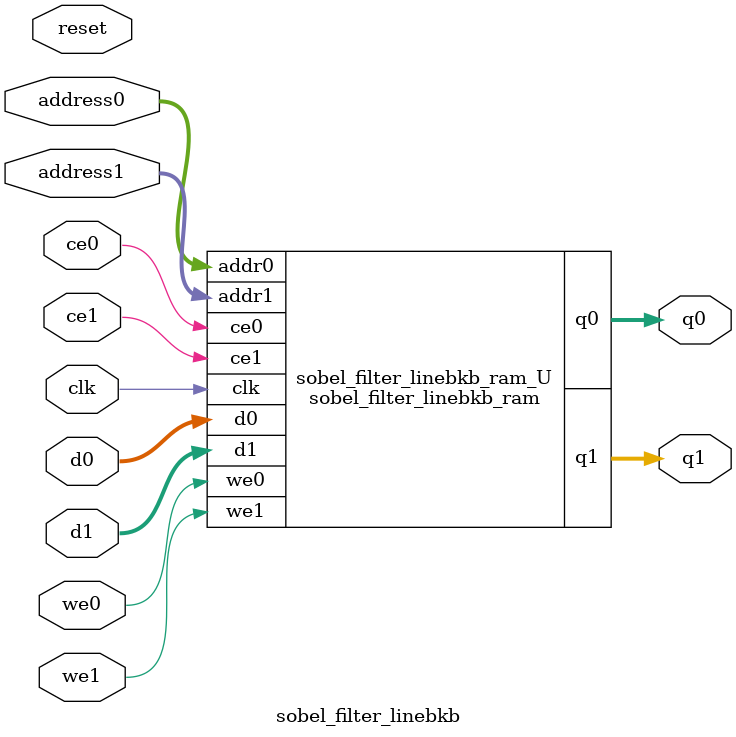
<source format=v>

`timescale 1 ns / 1 ps
module sobel_filter_linebkb_ram (addr0, ce0, d0, we0, q0, addr1, ce1, d1, we1, q1,  clk);

parameter DWIDTH = 8;
parameter AWIDTH = 11;
parameter MEM_SIZE = 1920;

input[AWIDTH-1:0] addr0;
input ce0;
input[DWIDTH-1:0] d0;
input we0;
output reg[DWIDTH-1:0] q0;
input[AWIDTH-1:0] addr1;
input ce1;
input[DWIDTH-1:0] d1;
input we1;
output reg[DWIDTH-1:0] q1;
input clk;

(* ram_style = "block" *)reg [DWIDTH-1:0] ram[0:MEM_SIZE-1];




always @(posedge clk)  
begin 
    if (ce0) 
    begin
        if (we0) 
        begin 
            ram[addr0] <= d0; 
            q0 <= d0;
        end 
        else 
            q0 <= ram[addr0];
    end
end


always @(posedge clk)  
begin 
    if (ce1) 
    begin
        if (we1) 
        begin 
            ram[addr1] <= d1; 
            q1 <= d1;
        end 
        else 
            q1 <= ram[addr1];
    end
end


endmodule


`timescale 1 ns / 1 ps
module sobel_filter_linebkb(
    reset,
    clk,
    address0,
    ce0,
    we0,
    d0,
    q0,
    address1,
    ce1,
    we1,
    d1,
    q1);

parameter DataWidth = 32'd8;
parameter AddressRange = 32'd1920;
parameter AddressWidth = 32'd11;
input reset;
input clk;
input[AddressWidth - 1:0] address0;
input ce0;
input we0;
input[DataWidth - 1:0] d0;
output[DataWidth - 1:0] q0;
input[AddressWidth - 1:0] address1;
input ce1;
input we1;
input[DataWidth - 1:0] d1;
output[DataWidth - 1:0] q1;



sobel_filter_linebkb_ram sobel_filter_linebkb_ram_U(
    .clk( clk ),
    .addr0( address0 ),
    .ce0( ce0 ),
    .d0( d0 ),
    .we0( we0 ),
    .q0( q0 ),
    .addr1( address1 ),
    .ce1( ce1 ),
    .d1( d1 ),
    .we1( we1 ),
    .q1( q1 ));

endmodule


</source>
